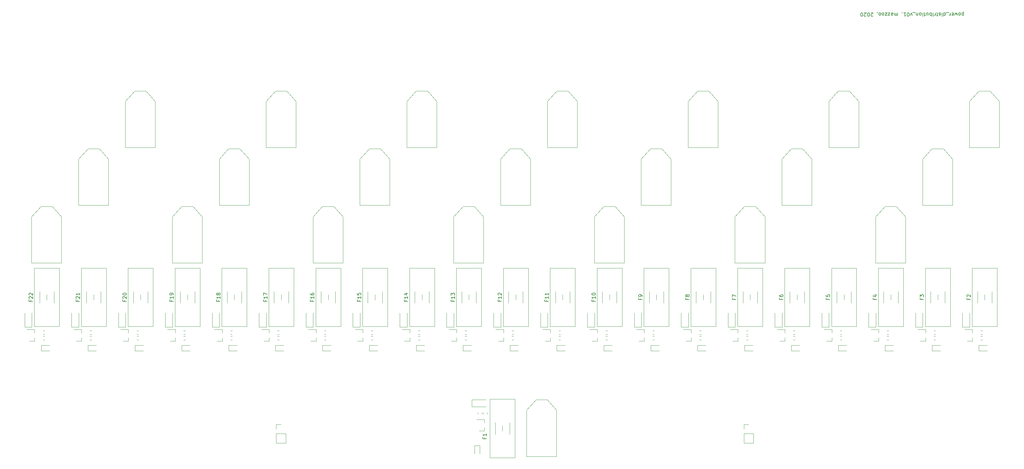
<source format=gbr>
%TF.GenerationSoftware,KiCad,Pcbnew,(5.1.7)-1*%
%TF.CreationDate,2020-11-19T07:16:12+01:00*%
%TF.ProjectId,power_distribution_v01,706f7765-725f-4646-9973-747269627574,rev?*%
%TF.SameCoordinates,Original*%
%TF.FileFunction,Legend,Top*%
%TF.FilePolarity,Positive*%
%FSLAX46Y46*%
G04 Gerber Fmt 4.6, Leading zero omitted, Abs format (unit mm)*
G04 Created by KiCad (PCBNEW (5.1.7)-1) date 2020-11-19 07:16:12*
%MOMM*%
%LPD*%
G01*
G04 APERTURE LIST*
%ADD10C,0.150000*%
%ADD11C,0.120000*%
G04 APERTURE END LIST*
D10*
X339261904Y-75214285D02*
X339261904Y-74214285D01*
X339261904Y-75166666D02*
X339166666Y-75214285D01*
X338976190Y-75214285D01*
X338880952Y-75166666D01*
X338833333Y-75119047D01*
X338785714Y-75023809D01*
X338785714Y-74738095D01*
X338833333Y-74642857D01*
X338880952Y-74595238D01*
X338976190Y-74547619D01*
X339166666Y-74547619D01*
X339261904Y-74595238D01*
X338214285Y-74547619D02*
X338309523Y-74595238D01*
X338357142Y-74642857D01*
X338404761Y-74738095D01*
X338404761Y-75023809D01*
X338357142Y-75119047D01*
X338309523Y-75166666D01*
X338214285Y-75214285D01*
X338071428Y-75214285D01*
X337976190Y-75166666D01*
X337928571Y-75119047D01*
X337880952Y-75023809D01*
X337880952Y-74738095D01*
X337928571Y-74642857D01*
X337976190Y-74595238D01*
X338071428Y-74547619D01*
X338214285Y-74547619D01*
X337547619Y-75214285D02*
X337357142Y-74547619D01*
X337166666Y-75023809D01*
X336976190Y-74547619D01*
X336785714Y-75214285D01*
X336023809Y-74595238D02*
X336119047Y-74547619D01*
X336309523Y-74547619D01*
X336404761Y-74595238D01*
X336452380Y-74690476D01*
X336452380Y-75071428D01*
X336404761Y-75166666D01*
X336309523Y-75214285D01*
X336119047Y-75214285D01*
X336023809Y-75166666D01*
X335976190Y-75071428D01*
X335976190Y-74976190D01*
X336452380Y-74880952D01*
X335547619Y-74547619D02*
X335547619Y-75214285D01*
X335547619Y-75023809D02*
X335500000Y-75119047D01*
X335452380Y-75166666D01*
X335357142Y-75214285D01*
X335261904Y-75214285D01*
X335166666Y-74452380D02*
X334404761Y-74452380D01*
X333738095Y-74547619D02*
X333738095Y-75547619D01*
X333738095Y-74595238D02*
X333833333Y-74547619D01*
X334023809Y-74547619D01*
X334119047Y-74595238D01*
X334166666Y-74642857D01*
X334214285Y-74738095D01*
X334214285Y-75023809D01*
X334166666Y-75119047D01*
X334119047Y-75166666D01*
X334023809Y-75214285D01*
X333833333Y-75214285D01*
X333738095Y-75166666D01*
X333261904Y-74547619D02*
X333261904Y-75214285D01*
X333261904Y-75547619D02*
X333309523Y-75500000D01*
X333261904Y-75452380D01*
X333214285Y-75500000D01*
X333261904Y-75547619D01*
X333261904Y-75452380D01*
X332833333Y-74595238D02*
X332738095Y-74547619D01*
X332547619Y-74547619D01*
X332452380Y-74595238D01*
X332404761Y-74690476D01*
X332404761Y-74738095D01*
X332452380Y-74833333D01*
X332547619Y-74880952D01*
X332690476Y-74880952D01*
X332785714Y-74928571D01*
X332833333Y-75023809D01*
X332833333Y-75071428D01*
X332785714Y-75166666D01*
X332690476Y-75214285D01*
X332547619Y-75214285D01*
X332452380Y-75166666D01*
X332119047Y-75214285D02*
X331738095Y-75214285D01*
X331976190Y-75547619D02*
X331976190Y-74690476D01*
X331928571Y-74595238D01*
X331833333Y-74547619D01*
X331738095Y-74547619D01*
X331404761Y-74547619D02*
X331404761Y-75214285D01*
X331404761Y-75023809D02*
X331357142Y-75119047D01*
X331309523Y-75166666D01*
X331214285Y-75214285D01*
X331119047Y-75214285D01*
X330785714Y-74547619D02*
X330785714Y-75214285D01*
X330785714Y-75547619D02*
X330833333Y-75500000D01*
X330785714Y-75452380D01*
X330738095Y-75500000D01*
X330785714Y-75547619D01*
X330785714Y-75452380D01*
X330309523Y-74547619D02*
X330309523Y-75547619D01*
X330309523Y-75166666D02*
X330214285Y-75214285D01*
X330023809Y-75214285D01*
X329928571Y-75166666D01*
X329880952Y-75119047D01*
X329833333Y-75023809D01*
X329833333Y-74738095D01*
X329880952Y-74642857D01*
X329928571Y-74595238D01*
X330023809Y-74547619D01*
X330214285Y-74547619D01*
X330309523Y-74595238D01*
X328976190Y-75214285D02*
X328976190Y-74547619D01*
X329404761Y-75214285D02*
X329404761Y-74690476D01*
X329357142Y-74595238D01*
X329261904Y-74547619D01*
X329119047Y-74547619D01*
X329023809Y-74595238D01*
X328976190Y-74642857D01*
X328642857Y-75214285D02*
X328261904Y-75214285D01*
X328500000Y-75547619D02*
X328500000Y-74690476D01*
X328452380Y-74595238D01*
X328357142Y-74547619D01*
X328261904Y-74547619D01*
X327928571Y-74547619D02*
X327928571Y-75214285D01*
X327928571Y-75547619D02*
X327976190Y-75500000D01*
X327928571Y-75452380D01*
X327880952Y-75500000D01*
X327928571Y-75547619D01*
X327928571Y-75452380D01*
X327309523Y-74547619D02*
X327404761Y-74595238D01*
X327452380Y-74642857D01*
X327500000Y-74738095D01*
X327500000Y-75023809D01*
X327452380Y-75119047D01*
X327404761Y-75166666D01*
X327309523Y-75214285D01*
X327166666Y-75214285D01*
X327071428Y-75166666D01*
X327023809Y-75119047D01*
X326976190Y-75023809D01*
X326976190Y-74738095D01*
X327023809Y-74642857D01*
X327071428Y-74595238D01*
X327166666Y-74547619D01*
X327309523Y-74547619D01*
X326547619Y-75214285D02*
X326547619Y-74547619D01*
X326547619Y-75119047D02*
X326500000Y-75166666D01*
X326404761Y-75214285D01*
X326261904Y-75214285D01*
X326166666Y-75166666D01*
X326119047Y-75071428D01*
X326119047Y-74547619D01*
X325880952Y-74452380D02*
X325119047Y-74452380D01*
X324976190Y-75214285D02*
X324738095Y-74547619D01*
X324500000Y-75214285D01*
X323928571Y-75547619D02*
X323833333Y-75547619D01*
X323738095Y-75500000D01*
X323690476Y-75452380D01*
X323642857Y-75357142D01*
X323595238Y-75166666D01*
X323595238Y-74928571D01*
X323642857Y-74738095D01*
X323690476Y-74642857D01*
X323738095Y-74595238D01*
X323833333Y-74547619D01*
X323928571Y-74547619D01*
X324023809Y-74595238D01*
X324071428Y-74642857D01*
X324119047Y-74738095D01*
X324166666Y-74928571D01*
X324166666Y-75166666D01*
X324119047Y-75357142D01*
X324071428Y-75452380D01*
X324023809Y-75500000D01*
X323928571Y-75547619D01*
X322642857Y-74547619D02*
X323214285Y-74547619D01*
X322928571Y-74547619D02*
X322928571Y-75547619D01*
X323023809Y-75404761D01*
X323119047Y-75309523D01*
X323214285Y-75261904D01*
X322166666Y-74595238D02*
X322166666Y-74547619D01*
X322214285Y-74452380D01*
X322261904Y-74404761D01*
X320976190Y-74547619D02*
X320976190Y-75214285D01*
X320976190Y-75119047D02*
X320928571Y-75166666D01*
X320833333Y-75214285D01*
X320690476Y-75214285D01*
X320595238Y-75166666D01*
X320547619Y-75071428D01*
X320547619Y-74547619D01*
X320547619Y-75071428D02*
X320500000Y-75166666D01*
X320404761Y-75214285D01*
X320261904Y-75214285D01*
X320166666Y-75166666D01*
X320119047Y-75071428D01*
X320119047Y-74547619D01*
X319214285Y-74547619D02*
X319214285Y-75071428D01*
X319261904Y-75166666D01*
X319357142Y-75214285D01*
X319547619Y-75214285D01*
X319642857Y-75166666D01*
X319214285Y-74595238D02*
X319309523Y-74547619D01*
X319547619Y-74547619D01*
X319642857Y-74595238D01*
X319690476Y-74690476D01*
X319690476Y-74785714D01*
X319642857Y-74880952D01*
X319547619Y-74928571D01*
X319309523Y-74928571D01*
X319214285Y-74976190D01*
X318833333Y-75214285D02*
X318309523Y-75214285D01*
X318833333Y-74547619D01*
X318309523Y-74547619D01*
X318023809Y-75214285D02*
X317500000Y-75214285D01*
X318023809Y-74547619D01*
X317500000Y-74547619D01*
X316976190Y-74547619D02*
X317071428Y-74595238D01*
X317119047Y-74642857D01*
X317166666Y-74738095D01*
X317166666Y-75023809D01*
X317119047Y-75119047D01*
X317071428Y-75166666D01*
X316976190Y-75214285D01*
X316833333Y-75214285D01*
X316738095Y-75166666D01*
X316690476Y-75119047D01*
X316642857Y-75023809D01*
X316642857Y-74738095D01*
X316690476Y-74642857D01*
X316738095Y-74595238D01*
X316833333Y-74547619D01*
X316976190Y-74547619D01*
X316071428Y-74547619D02*
X316166666Y-74595238D01*
X316214285Y-74642857D01*
X316261904Y-74738095D01*
X316261904Y-75023809D01*
X316214285Y-75119047D01*
X316166666Y-75166666D01*
X316071428Y-75214285D01*
X315928571Y-75214285D01*
X315833333Y-75166666D01*
X315785714Y-75119047D01*
X315738095Y-75023809D01*
X315738095Y-74738095D01*
X315785714Y-74642857D01*
X315833333Y-74595238D01*
X315928571Y-74547619D01*
X316071428Y-74547619D01*
X315261904Y-74595238D02*
X315261904Y-74547619D01*
X315309523Y-74452380D01*
X315357142Y-74404761D01*
X314119047Y-75452380D02*
X314071428Y-75500000D01*
X313976190Y-75547619D01*
X313738095Y-75547619D01*
X313642857Y-75500000D01*
X313595238Y-75452380D01*
X313547619Y-75357142D01*
X313547619Y-75261904D01*
X313595238Y-75119047D01*
X314166666Y-74547619D01*
X313547619Y-74547619D01*
X312928571Y-75547619D02*
X312833333Y-75547619D01*
X312738095Y-75500000D01*
X312690476Y-75452380D01*
X312642857Y-75357142D01*
X312595238Y-75166666D01*
X312595238Y-74928571D01*
X312642857Y-74738095D01*
X312690476Y-74642857D01*
X312738095Y-74595238D01*
X312833333Y-74547619D01*
X312928571Y-74547619D01*
X313023809Y-74595238D01*
X313071428Y-74642857D01*
X313119047Y-74738095D01*
X313166666Y-74928571D01*
X313166666Y-75166666D01*
X313119047Y-75357142D01*
X313071428Y-75452380D01*
X313023809Y-75500000D01*
X312928571Y-75547619D01*
X312214285Y-75452380D02*
X312166666Y-75500000D01*
X312071428Y-75547619D01*
X311833333Y-75547619D01*
X311738095Y-75500000D01*
X311690476Y-75452380D01*
X311642857Y-75357142D01*
X311642857Y-75261904D01*
X311690476Y-75119047D01*
X312261904Y-74547619D01*
X311642857Y-74547619D01*
X311023809Y-75547619D02*
X310928571Y-75547619D01*
X310833333Y-75500000D01*
X310785714Y-75452380D01*
X310738095Y-75357142D01*
X310690476Y-75166666D01*
X310690476Y-74928571D01*
X310738095Y-74738095D01*
X310785714Y-74642857D01*
X310833333Y-74595238D01*
X310928571Y-74547619D01*
X311023809Y-74547619D01*
X311119047Y-74595238D01*
X311166666Y-74642857D01*
X311214285Y-74738095D01*
X311261904Y-74928571D01*
X311261904Y-75166666D01*
X311214285Y-75357142D01*
X311166666Y-75452380D01*
X311119047Y-75500000D01*
X311023809Y-75547619D01*
D11*
%TO.C,J102*%
X278320000Y-193870000D02*
X280980000Y-193870000D01*
X278320000Y-191270000D02*
X278320000Y-193870000D01*
X280980000Y-191270000D02*
X280980000Y-193870000D01*
X278320000Y-191270000D02*
X280980000Y-191270000D01*
X278320000Y-190000000D02*
X278320000Y-188670000D01*
X278320000Y-188670000D02*
X279650000Y-188670000D01*
%TO.C,J101*%
X148670000Y-193870000D02*
X151330000Y-193870000D01*
X148670000Y-191270000D02*
X148670000Y-193870000D01*
X151330000Y-191270000D02*
X151330000Y-193870000D01*
X148670000Y-191270000D02*
X151330000Y-191270000D01*
X148670000Y-190000000D02*
X148670000Y-188670000D01*
X148670000Y-188670000D02*
X150000000Y-188670000D01*
%TO.C,R44*%
X84000742Y-163756500D02*
X84475258Y-163756500D01*
X84000742Y-162711500D02*
X84475258Y-162711500D01*
%TO.C,R43*%
X84000742Y-165280500D02*
X84475258Y-165280500D01*
X84000742Y-164235500D02*
X84475258Y-164235500D01*
%TO.C,R42*%
X97000742Y-163756500D02*
X97475258Y-163756500D01*
X97000742Y-162711500D02*
X97475258Y-162711500D01*
%TO.C,R41*%
X97012742Y-165272500D02*
X97487258Y-165272500D01*
X97012742Y-164227500D02*
X97487258Y-164227500D01*
%TO.C,R40*%
X110000742Y-163756500D02*
X110475258Y-163756500D01*
X110000742Y-162711500D02*
X110475258Y-162711500D01*
%TO.C,R39*%
X110000742Y-165280500D02*
X110475258Y-165280500D01*
X110000742Y-164235500D02*
X110475258Y-164235500D01*
%TO.C,R38*%
X123000742Y-163756500D02*
X123475258Y-163756500D01*
X123000742Y-162711500D02*
X123475258Y-162711500D01*
%TO.C,R37*%
X123000742Y-165280500D02*
X123475258Y-165280500D01*
X123000742Y-164235500D02*
X123475258Y-164235500D01*
%TO.C,R36*%
X136000742Y-163756500D02*
X136475258Y-163756500D01*
X136000742Y-162711500D02*
X136475258Y-162711500D01*
%TO.C,R35*%
X136000743Y-165280500D02*
X136475259Y-165280500D01*
X136000743Y-164235500D02*
X136475259Y-164235500D01*
%TO.C,R34*%
X149000742Y-163756500D02*
X149475258Y-163756500D01*
X149000742Y-162711500D02*
X149475258Y-162711500D01*
%TO.C,R33*%
X149000742Y-165280500D02*
X149475258Y-165280500D01*
X149000742Y-164235500D02*
X149475258Y-164235500D01*
%TO.C,R32*%
X162000742Y-163756500D02*
X162475258Y-163756500D01*
X162000742Y-162711500D02*
X162475258Y-162711500D01*
%TO.C,R31*%
X162000742Y-165280500D02*
X162475258Y-165280500D01*
X162000742Y-164235500D02*
X162475258Y-164235500D01*
%TO.C,R30*%
X175000742Y-163756500D02*
X175475258Y-163756500D01*
X175000742Y-162711500D02*
X175475258Y-162711500D01*
%TO.C,R29*%
X175000742Y-165280500D02*
X175475258Y-165280500D01*
X175000742Y-164235500D02*
X175475258Y-164235500D01*
%TO.C,R28*%
X188000742Y-163756500D02*
X188475258Y-163756500D01*
X188000742Y-162711500D02*
X188475258Y-162711500D01*
%TO.C,R27*%
X188000742Y-165280500D02*
X188475258Y-165280500D01*
X188000742Y-164235500D02*
X188475258Y-164235500D01*
%TO.C,R26*%
X201000742Y-163756500D02*
X201475258Y-163756500D01*
X201000742Y-162711500D02*
X201475258Y-162711500D01*
%TO.C,R25*%
X201000742Y-165280500D02*
X201475258Y-165280500D01*
X201000742Y-164235500D02*
X201475258Y-164235500D01*
%TO.C,R24*%
X214000742Y-163756500D02*
X214475258Y-163756500D01*
X214000742Y-162711500D02*
X214475258Y-162711500D01*
%TO.C,R23*%
X214000743Y-165280500D02*
X214475259Y-165280500D01*
X214000743Y-164235500D02*
X214475259Y-164235500D01*
%TO.C,R22*%
X227000742Y-163756500D02*
X227475258Y-163756500D01*
X227000742Y-162711500D02*
X227475258Y-162711500D01*
%TO.C,R21*%
X227000742Y-165280500D02*
X227475258Y-165280500D01*
X227000742Y-164235500D02*
X227475258Y-164235500D01*
%TO.C,R20*%
X240000742Y-163756500D02*
X240475258Y-163756500D01*
X240000742Y-162711500D02*
X240475258Y-162711500D01*
%TO.C,R19*%
X240000742Y-165280500D02*
X240475258Y-165280500D01*
X240000742Y-164235500D02*
X240475258Y-164235500D01*
%TO.C,R18*%
X253000742Y-163756500D02*
X253475258Y-163756500D01*
X253000742Y-162711500D02*
X253475258Y-162711500D01*
%TO.C,R17*%
X253000742Y-165280500D02*
X253475258Y-165280500D01*
X253000742Y-164235500D02*
X253475258Y-164235500D01*
%TO.C,R16*%
X266000742Y-163756500D02*
X266475258Y-163756500D01*
X266000742Y-162711500D02*
X266475258Y-162711500D01*
%TO.C,R15*%
X266000742Y-165280500D02*
X266475258Y-165280500D01*
X266000742Y-164235500D02*
X266475258Y-164235500D01*
%TO.C,R14*%
X279000742Y-163756500D02*
X279475258Y-163756500D01*
X279000742Y-162711500D02*
X279475258Y-162711500D01*
%TO.C,R13*%
X279000742Y-165280500D02*
X279475258Y-165280500D01*
X279000742Y-164235500D02*
X279475258Y-164235500D01*
%TO.C,R12*%
X292000742Y-163756500D02*
X292475258Y-163756500D01*
X292000742Y-162711500D02*
X292475258Y-162711500D01*
%TO.C,R11*%
X292000742Y-165280500D02*
X292475258Y-165280500D01*
X292000742Y-164235500D02*
X292475258Y-164235500D01*
%TO.C,R10*%
X305000742Y-163756500D02*
X305475258Y-163756500D01*
X305000742Y-162711500D02*
X305475258Y-162711500D01*
%TO.C,R9*%
X305000742Y-165280500D02*
X305475258Y-165280500D01*
X305000742Y-164235500D02*
X305475258Y-164235500D01*
%TO.C,R8*%
X318000742Y-163756500D02*
X318475258Y-163756500D01*
X318000742Y-162711500D02*
X318475258Y-162711500D01*
%TO.C,R7*%
X318000742Y-165280500D02*
X318475258Y-165280500D01*
X318000742Y-164235500D02*
X318475258Y-164235500D01*
%TO.C,R6*%
X331000742Y-163756500D02*
X331475258Y-163756500D01*
X331000742Y-162711500D02*
X331475258Y-162711500D01*
%TO.C,R5*%
X331000742Y-165280500D02*
X331475258Y-165280500D01*
X331000742Y-164235500D02*
X331475258Y-164235500D01*
%TO.C,R4*%
X344000742Y-163756500D02*
X344475258Y-163756500D01*
X344000742Y-162711500D02*
X344475258Y-162711500D01*
%TO.C,R3*%
X344000742Y-165280500D02*
X344475258Y-165280500D01*
X344000742Y-164235500D02*
X344475258Y-164235500D01*
%TO.C,Q22*%
X81696000Y-165576000D02*
X80236000Y-165576000D01*
X81696000Y-162416000D02*
X79536000Y-162416000D01*
X81696000Y-162416000D02*
X81696000Y-163346000D01*
X81696000Y-165576000D02*
X81696000Y-164646000D01*
%TO.C,Q21*%
X94696000Y-165576000D02*
X93236000Y-165576000D01*
X94696000Y-162416000D02*
X92536000Y-162416000D01*
X94696000Y-162416000D02*
X94696000Y-163346000D01*
X94696000Y-165576000D02*
X94696000Y-164646000D01*
%TO.C,Q20*%
X107696000Y-165576000D02*
X106236000Y-165576000D01*
X107696000Y-162416000D02*
X105536000Y-162416000D01*
X107696000Y-162416000D02*
X107696000Y-163346000D01*
X107696000Y-165576000D02*
X107696000Y-164646000D01*
%TO.C,Q19*%
X120696000Y-165576000D02*
X119236000Y-165576000D01*
X120696000Y-162416000D02*
X118536000Y-162416000D01*
X120696000Y-162416000D02*
X120696000Y-163346000D01*
X120696000Y-165576000D02*
X120696000Y-164646000D01*
%TO.C,Q18*%
X133696000Y-165576000D02*
X132236000Y-165576000D01*
X133696000Y-162416000D02*
X131536000Y-162416000D01*
X133696000Y-162416000D02*
X133696000Y-163346000D01*
X133696000Y-165576000D02*
X133696000Y-164646000D01*
%TO.C,Q17*%
X146696000Y-165576000D02*
X145236000Y-165576000D01*
X146696000Y-162416000D02*
X144536000Y-162416000D01*
X146696000Y-162416000D02*
X146696000Y-163346000D01*
X146696000Y-165576000D02*
X146696000Y-164646000D01*
%TO.C,Q16*%
X159696000Y-165576000D02*
X158236000Y-165576000D01*
X159696000Y-162416000D02*
X157536000Y-162416000D01*
X159696000Y-162416000D02*
X159696000Y-163346000D01*
X159696000Y-165576000D02*
X159696000Y-164646000D01*
%TO.C,Q15*%
X172696000Y-165576000D02*
X171236000Y-165576000D01*
X172696000Y-162416000D02*
X170536000Y-162416000D01*
X172696000Y-162416000D02*
X172696000Y-163346000D01*
X172696000Y-165576000D02*
X172696000Y-164646000D01*
%TO.C,Q14*%
X185696000Y-165576000D02*
X184236000Y-165576000D01*
X185696000Y-162416000D02*
X183536000Y-162416000D01*
X185696000Y-162416000D02*
X185696000Y-163346000D01*
X185696000Y-165576000D02*
X185696000Y-164646000D01*
%TO.C,Q13*%
X198696000Y-165576000D02*
X197236000Y-165576000D01*
X198696000Y-162416000D02*
X196536000Y-162416000D01*
X198696000Y-162416000D02*
X198696000Y-163346000D01*
X198696000Y-165576000D02*
X198696000Y-164646000D01*
%TO.C,Q12*%
X211696000Y-165576000D02*
X210236000Y-165576000D01*
X211696000Y-162416000D02*
X209536000Y-162416000D01*
X211696000Y-162416000D02*
X211696000Y-163346000D01*
X211696000Y-165576000D02*
X211696000Y-164646000D01*
%TO.C,Q11*%
X224696000Y-165576000D02*
X223236000Y-165576000D01*
X224696000Y-162416000D02*
X222536000Y-162416000D01*
X224696000Y-162416000D02*
X224696000Y-163346000D01*
X224696000Y-165576000D02*
X224696000Y-164646000D01*
%TO.C,Q10*%
X237696000Y-165576000D02*
X236236000Y-165576000D01*
X237696000Y-162416000D02*
X235536000Y-162416000D01*
X237696000Y-162416000D02*
X237696000Y-163346000D01*
X237696000Y-165576000D02*
X237696000Y-164646000D01*
%TO.C,Q9*%
X250696000Y-165576000D02*
X249236000Y-165576000D01*
X250696000Y-162416000D02*
X248536000Y-162416000D01*
X250696000Y-162416000D02*
X250696000Y-163346000D01*
X250696000Y-165576000D02*
X250696000Y-164646000D01*
%TO.C,Q8*%
X263696000Y-165576000D02*
X262236000Y-165576000D01*
X263696000Y-162416000D02*
X261536000Y-162416000D01*
X263696000Y-162416000D02*
X263696000Y-163346000D01*
X263696000Y-165576000D02*
X263696000Y-164646000D01*
%TO.C,Q7*%
X276696000Y-165576000D02*
X275236000Y-165576000D01*
X276696000Y-162416000D02*
X274536000Y-162416000D01*
X276696000Y-162416000D02*
X276696000Y-163346000D01*
X276696000Y-165576000D02*
X276696000Y-164646000D01*
%TO.C,Q6*%
X289696000Y-165576000D02*
X288236000Y-165576000D01*
X289696000Y-162416000D02*
X287536000Y-162416000D01*
X289696000Y-162416000D02*
X289696000Y-163346000D01*
X289696000Y-165576000D02*
X289696000Y-164646000D01*
%TO.C,Q5*%
X302696000Y-165576000D02*
X301236000Y-165576000D01*
X302696000Y-162416000D02*
X300536000Y-162416000D01*
X302696000Y-162416000D02*
X302696000Y-163346000D01*
X302696000Y-165576000D02*
X302696000Y-164646000D01*
%TO.C,Q4*%
X315696000Y-165576000D02*
X314236000Y-165576000D01*
X315696000Y-162416000D02*
X313536000Y-162416000D01*
X315696000Y-162416000D02*
X315696000Y-163346000D01*
X315696000Y-165576000D02*
X315696000Y-164646000D01*
%TO.C,Q3*%
X328696000Y-165576000D02*
X327236000Y-165576000D01*
X328696000Y-162416000D02*
X326536000Y-162416000D01*
X328696000Y-162416000D02*
X328696000Y-163346000D01*
X328696000Y-165576000D02*
X328696000Y-164646000D01*
%TO.C,Q2*%
X341696000Y-165576000D02*
X340236000Y-165576000D01*
X341696000Y-162416000D02*
X339536000Y-162416000D01*
X341696000Y-162416000D02*
X341696000Y-163346000D01*
X341696000Y-165576000D02*
X341696000Y-164646000D01*
%TO.C,J22*%
X83450000Y-128250000D02*
X80850000Y-131100000D01*
X89150000Y-131100000D02*
X86600000Y-128250000D01*
X80850000Y-143950000D02*
X89150000Y-143950000D01*
X80850000Y-131100000D02*
X80850000Y-143950000D01*
X86600000Y-128250000D02*
X83450000Y-128250000D01*
X89150000Y-143950000D02*
X89150000Y-131100000D01*
%TO.C,J21*%
X96450000Y-112250000D02*
X93850000Y-115100000D01*
X102150000Y-115100000D02*
X99600000Y-112250000D01*
X93850000Y-127950000D02*
X102150000Y-127950000D01*
X93850000Y-115100000D02*
X93850000Y-127950000D01*
X99600000Y-112250000D02*
X96450000Y-112250000D01*
X102150000Y-127950000D02*
X102150000Y-115100000D01*
%TO.C,J20*%
X109450000Y-96250000D02*
X106850000Y-99100000D01*
X115150000Y-99100000D02*
X112600000Y-96250000D01*
X106850000Y-111950000D02*
X115150000Y-111950000D01*
X106850000Y-99100000D02*
X106850000Y-111950000D01*
X112600000Y-96250000D02*
X109450000Y-96250000D01*
X115150000Y-111950000D02*
X115150000Y-99100000D01*
%TO.C,J19*%
X122450000Y-128250000D02*
X119850000Y-131100000D01*
X128150000Y-131100000D02*
X125600000Y-128250000D01*
X119850000Y-143950000D02*
X128150000Y-143950000D01*
X119850000Y-131100000D02*
X119850000Y-143950000D01*
X125600000Y-128250000D02*
X122450000Y-128250000D01*
X128150000Y-143950000D02*
X128150000Y-131100000D01*
%TO.C,J18*%
X135450000Y-112250000D02*
X132850000Y-115100000D01*
X141150000Y-115100000D02*
X138600000Y-112250000D01*
X132850000Y-127950000D02*
X141150000Y-127950000D01*
X132850000Y-115100000D02*
X132850000Y-127950000D01*
X138600000Y-112250000D02*
X135450000Y-112250000D01*
X141150000Y-127950000D02*
X141150000Y-115100000D01*
%TO.C,J17*%
X148450000Y-96250000D02*
X145850000Y-99100000D01*
X154150000Y-99100000D02*
X151600000Y-96250000D01*
X145850000Y-111950000D02*
X154150000Y-111950000D01*
X145850000Y-99100000D02*
X145850000Y-111950000D01*
X151600000Y-96250000D02*
X148450000Y-96250000D01*
X154150000Y-111950000D02*
X154150000Y-99100000D01*
%TO.C,J16*%
X161450000Y-128250000D02*
X158850000Y-131100000D01*
X167150000Y-131100000D02*
X164600000Y-128250000D01*
X158850000Y-143950000D02*
X167150000Y-143950000D01*
X158850000Y-131100000D02*
X158850000Y-143950000D01*
X164600000Y-128250000D02*
X161450000Y-128250000D01*
X167150000Y-143950000D02*
X167150000Y-131100000D01*
%TO.C,J15*%
X174450000Y-112250000D02*
X171850000Y-115100000D01*
X180150000Y-115100000D02*
X177600000Y-112250000D01*
X171850000Y-127950000D02*
X180150000Y-127950000D01*
X171850000Y-115100000D02*
X171850000Y-127950000D01*
X177600000Y-112250000D02*
X174450000Y-112250000D01*
X180150000Y-127950000D02*
X180150000Y-115100000D01*
%TO.C,J14*%
X187450000Y-96250000D02*
X184850000Y-99100000D01*
X193150000Y-99100000D02*
X190600000Y-96250000D01*
X184850000Y-111950000D02*
X193150000Y-111950000D01*
X184850000Y-99100000D02*
X184850000Y-111950000D01*
X190600000Y-96250000D02*
X187450000Y-96250000D01*
X193150000Y-111950000D02*
X193150000Y-99100000D01*
%TO.C,J13*%
X200450000Y-128250000D02*
X197850000Y-131100000D01*
X206150000Y-131100000D02*
X203600000Y-128250000D01*
X197850000Y-143950000D02*
X206150000Y-143950000D01*
X197850000Y-131100000D02*
X197850000Y-143950000D01*
X203600000Y-128250000D02*
X200450000Y-128250000D01*
X206150000Y-143950000D02*
X206150000Y-131100000D01*
%TO.C,J12*%
X213450000Y-112250000D02*
X210850000Y-115100000D01*
X219150000Y-115100000D02*
X216600000Y-112250000D01*
X210850000Y-127950000D02*
X219150000Y-127950000D01*
X210850000Y-115100000D02*
X210850000Y-127950000D01*
X216600000Y-112250000D02*
X213450000Y-112250000D01*
X219150000Y-127950000D02*
X219150000Y-115100000D01*
%TO.C,J11*%
X226450000Y-96250000D02*
X223850000Y-99100000D01*
X232150000Y-99100000D02*
X229600000Y-96250000D01*
X223850000Y-111950000D02*
X232150000Y-111950000D01*
X223850000Y-99100000D02*
X223850000Y-111950000D01*
X229600000Y-96250000D02*
X226450000Y-96250000D01*
X232150000Y-111950000D02*
X232150000Y-99100000D01*
%TO.C,J10*%
X239450000Y-128250000D02*
X236850000Y-131100000D01*
X245150000Y-131100000D02*
X242600000Y-128250000D01*
X236850000Y-143950000D02*
X245150000Y-143950000D01*
X236850000Y-131100000D02*
X236850000Y-143950000D01*
X242600000Y-128250000D02*
X239450000Y-128250000D01*
X245150000Y-143950000D02*
X245150000Y-131100000D01*
%TO.C,J9*%
X252450000Y-112250000D02*
X249850000Y-115100000D01*
X258150000Y-115100000D02*
X255600000Y-112250000D01*
X249850000Y-127950000D02*
X258150000Y-127950000D01*
X249850000Y-115100000D02*
X249850000Y-127950000D01*
X255600000Y-112250000D02*
X252450000Y-112250000D01*
X258150000Y-127950000D02*
X258150000Y-115100000D01*
%TO.C,J8*%
X265450000Y-96250000D02*
X262850000Y-99100000D01*
X271150000Y-99100000D02*
X268600000Y-96250000D01*
X262850000Y-111950000D02*
X271150000Y-111950000D01*
X262850000Y-99100000D02*
X262850000Y-111950000D01*
X268600000Y-96250000D02*
X265450000Y-96250000D01*
X271150000Y-111950000D02*
X271150000Y-99100000D01*
%TO.C,J7*%
X278450000Y-128250000D02*
X275850000Y-131100000D01*
X284150000Y-131100000D02*
X281600000Y-128250000D01*
X275850000Y-143950000D02*
X284150000Y-143950000D01*
X275850000Y-131100000D02*
X275850000Y-143950000D01*
X281600000Y-128250000D02*
X278450000Y-128250000D01*
X284150000Y-143950000D02*
X284150000Y-131100000D01*
%TO.C,J6*%
X291450000Y-112250000D02*
X288850000Y-115100000D01*
X297150000Y-115100000D02*
X294600000Y-112250000D01*
X288850000Y-127950000D02*
X297150000Y-127950000D01*
X288850000Y-115100000D02*
X288850000Y-127950000D01*
X294600000Y-112250000D02*
X291450000Y-112250000D01*
X297150000Y-127950000D02*
X297150000Y-115100000D01*
%TO.C,J5*%
X304450000Y-96250000D02*
X301850000Y-99100000D01*
X310150000Y-99100000D02*
X307600000Y-96250000D01*
X301850000Y-111950000D02*
X310150000Y-111950000D01*
X301850000Y-99100000D02*
X301850000Y-111950000D01*
X307600000Y-96250000D02*
X304450000Y-96250000D01*
X310150000Y-111950000D02*
X310150000Y-99100000D01*
%TO.C,J4*%
X317450000Y-128250000D02*
X314850000Y-131100000D01*
X323150000Y-131100000D02*
X320600000Y-128250000D01*
X314850000Y-143950000D02*
X323150000Y-143950000D01*
X314850000Y-131100000D02*
X314850000Y-143950000D01*
X320600000Y-128250000D02*
X317450000Y-128250000D01*
X323150000Y-143950000D02*
X323150000Y-131100000D01*
%TO.C,J3*%
X330450000Y-112250000D02*
X327850000Y-115100000D01*
X336150000Y-115100000D02*
X333600000Y-112250000D01*
X327850000Y-127950000D02*
X336150000Y-127950000D01*
X327850000Y-115100000D02*
X327850000Y-127950000D01*
X333600000Y-112250000D02*
X330450000Y-112250000D01*
X336150000Y-127950000D02*
X336150000Y-115100000D01*
%TO.C,J2*%
X343450000Y-96250000D02*
X340850000Y-99100000D01*
X349150000Y-99100000D02*
X346600000Y-96250000D01*
X340850000Y-111950000D02*
X349150000Y-111950000D01*
X340850000Y-99100000D02*
X340850000Y-111950000D01*
X346600000Y-96250000D02*
X343450000Y-96250000D01*
X349150000Y-111950000D02*
X349150000Y-99100000D01*
%TO.C,F22*%
X83078000Y-155048000D02*
X83078000Y-151848000D01*
X87078000Y-151848000D02*
X87078000Y-155048000D01*
X85078000Y-154198000D02*
X85078000Y-152698000D01*
X81608000Y-145348000D02*
X81608000Y-161548000D01*
X88548000Y-145348000D02*
X81608000Y-145348000D01*
X88548000Y-161548000D02*
X88548000Y-145348000D01*
X81608000Y-161548000D02*
X88548000Y-161548000D01*
%TO.C,F21*%
X96078000Y-155048000D02*
X96078000Y-151848000D01*
X100078000Y-151848000D02*
X100078000Y-155048000D01*
X98078000Y-154198000D02*
X98078000Y-152698000D01*
X94608000Y-145348000D02*
X94608000Y-161548000D01*
X101548000Y-145348000D02*
X94608000Y-145348000D01*
X101548000Y-161548000D02*
X101548000Y-145348000D01*
X94608000Y-161548000D02*
X101548000Y-161548000D01*
%TO.C,F20*%
X109078000Y-155048000D02*
X109078000Y-151848000D01*
X113078000Y-151848000D02*
X113078000Y-155048000D01*
X111078000Y-154198000D02*
X111078000Y-152698000D01*
X107608000Y-145348000D02*
X107608000Y-161548000D01*
X114548000Y-145348000D02*
X107608000Y-145348000D01*
X114548000Y-161548000D02*
X114548000Y-145348000D01*
X107608000Y-161548000D02*
X114548000Y-161548000D01*
%TO.C,F19*%
X122078000Y-155048000D02*
X122078000Y-151848000D01*
X126078000Y-151848000D02*
X126078000Y-155048000D01*
X124078000Y-154198000D02*
X124078000Y-152698000D01*
X120608000Y-145348000D02*
X120608000Y-161548000D01*
X127548000Y-145348000D02*
X120608000Y-145348000D01*
X127548000Y-161548000D02*
X127548000Y-145348000D01*
X120608000Y-161548000D02*
X127548000Y-161548000D01*
%TO.C,F18*%
X135078000Y-155048000D02*
X135078000Y-151848000D01*
X139078000Y-151848000D02*
X139078000Y-155048000D01*
X137078000Y-154198000D02*
X137078000Y-152698000D01*
X133608000Y-145348000D02*
X133608000Y-161548000D01*
X140548000Y-145348000D02*
X133608000Y-145348000D01*
X140548000Y-161548000D02*
X140548000Y-145348000D01*
X133608000Y-161548000D02*
X140548000Y-161548000D01*
%TO.C,F17*%
X148078000Y-155048000D02*
X148078000Y-151848000D01*
X152078000Y-151848000D02*
X152078000Y-155048000D01*
X150078000Y-154198000D02*
X150078000Y-152698000D01*
X146608000Y-145348000D02*
X146608000Y-161548000D01*
X153548000Y-145348000D02*
X146608000Y-145348000D01*
X153548000Y-161548000D02*
X153548000Y-145348000D01*
X146608000Y-161548000D02*
X153548000Y-161548000D01*
%TO.C,F16*%
X161078000Y-155048000D02*
X161078000Y-151848000D01*
X165078000Y-151848000D02*
X165078000Y-155048000D01*
X163078000Y-154198000D02*
X163078000Y-152698000D01*
X159608000Y-145348000D02*
X159608000Y-161548000D01*
X166548000Y-145348000D02*
X159608000Y-145348000D01*
X166548000Y-161548000D02*
X166548000Y-145348000D01*
X159608000Y-161548000D02*
X166548000Y-161548000D01*
%TO.C,F15*%
X174078000Y-155048000D02*
X174078000Y-151848000D01*
X178078000Y-151848000D02*
X178078000Y-155048000D01*
X176078000Y-154198000D02*
X176078000Y-152698000D01*
X172608000Y-145348000D02*
X172608000Y-161548000D01*
X179548000Y-145348000D02*
X172608000Y-145348000D01*
X179548000Y-161548000D02*
X179548000Y-145348000D01*
X172608000Y-161548000D02*
X179548000Y-161548000D01*
%TO.C,F14*%
X187078000Y-155048000D02*
X187078000Y-151848000D01*
X191078000Y-151848000D02*
X191078000Y-155048000D01*
X189078000Y-154198000D02*
X189078000Y-152698000D01*
X185608000Y-145348000D02*
X185608000Y-161548000D01*
X192548000Y-145348000D02*
X185608000Y-145348000D01*
X192548000Y-161548000D02*
X192548000Y-145348000D01*
X185608000Y-161548000D02*
X192548000Y-161548000D01*
%TO.C,F13*%
X200078000Y-155048000D02*
X200078000Y-151848000D01*
X204078000Y-151848000D02*
X204078000Y-155048000D01*
X202078000Y-154198000D02*
X202078000Y-152698000D01*
X198608000Y-145348000D02*
X198608000Y-161548000D01*
X205548000Y-145348000D02*
X198608000Y-145348000D01*
X205548000Y-161548000D02*
X205548000Y-145348000D01*
X198608000Y-161548000D02*
X205548000Y-161548000D01*
%TO.C,F12*%
X213078000Y-155048000D02*
X213078000Y-151848000D01*
X217078000Y-151848000D02*
X217078000Y-155048000D01*
X215078000Y-154198000D02*
X215078000Y-152698000D01*
X211608000Y-145348000D02*
X211608000Y-161548000D01*
X218548000Y-145348000D02*
X211608000Y-145348000D01*
X218548000Y-161548000D02*
X218548000Y-145348000D01*
X211608000Y-161548000D02*
X218548000Y-161548000D01*
%TO.C,F11*%
X226078000Y-155048000D02*
X226078000Y-151848000D01*
X230078000Y-151848000D02*
X230078000Y-155048000D01*
X228078000Y-154198000D02*
X228078000Y-152698000D01*
X224608000Y-145348000D02*
X224608000Y-161548000D01*
X231548000Y-145348000D02*
X224608000Y-145348000D01*
X231548000Y-161548000D02*
X231548000Y-145348000D01*
X224608000Y-161548000D02*
X231548000Y-161548000D01*
%TO.C,F10*%
X239078000Y-155048000D02*
X239078000Y-151848000D01*
X243078000Y-151848000D02*
X243078000Y-155048000D01*
X241078000Y-154198000D02*
X241078000Y-152698000D01*
X237608000Y-145348000D02*
X237608000Y-161548000D01*
X244548000Y-145348000D02*
X237608000Y-145348000D01*
X244548000Y-161548000D02*
X244548000Y-145348000D01*
X237608000Y-161548000D02*
X244548000Y-161548000D01*
%TO.C,F9*%
X252078000Y-155048000D02*
X252078000Y-151848000D01*
X256078000Y-151848000D02*
X256078000Y-155048000D01*
X254078000Y-154198000D02*
X254078000Y-152698000D01*
X250608000Y-145348000D02*
X250608000Y-161548000D01*
X257548000Y-145348000D02*
X250608000Y-145348000D01*
X257548000Y-161548000D02*
X257548000Y-145348000D01*
X250608000Y-161548000D02*
X257548000Y-161548000D01*
%TO.C,F8*%
X265078000Y-155048000D02*
X265078000Y-151848000D01*
X269078000Y-151848000D02*
X269078000Y-155048000D01*
X267078000Y-154198000D02*
X267078000Y-152698000D01*
X263608000Y-145348000D02*
X263608000Y-161548000D01*
X270548000Y-145348000D02*
X263608000Y-145348000D01*
X270548000Y-161548000D02*
X270548000Y-145348000D01*
X263608000Y-161548000D02*
X270548000Y-161548000D01*
%TO.C,F7*%
X278078000Y-155048000D02*
X278078000Y-151848000D01*
X282078000Y-151848000D02*
X282078000Y-155048000D01*
X280078000Y-154198000D02*
X280078000Y-152698000D01*
X276608000Y-145348000D02*
X276608000Y-161548000D01*
X283548000Y-145348000D02*
X276608000Y-145348000D01*
X283548000Y-161548000D02*
X283548000Y-145348000D01*
X276608000Y-161548000D02*
X283548000Y-161548000D01*
%TO.C,F6*%
X291078000Y-155048000D02*
X291078000Y-151848000D01*
X295078000Y-151848000D02*
X295078000Y-155048000D01*
X293078000Y-154198000D02*
X293078000Y-152698000D01*
X289608000Y-145348000D02*
X289608000Y-161548000D01*
X296548000Y-145348000D02*
X289608000Y-145348000D01*
X296548000Y-161548000D02*
X296548000Y-145348000D01*
X289608000Y-161548000D02*
X296548000Y-161548000D01*
%TO.C,F5*%
X304078000Y-155048000D02*
X304078000Y-151848000D01*
X308078000Y-151848000D02*
X308078000Y-155048000D01*
X306078000Y-154198000D02*
X306078000Y-152698000D01*
X302608000Y-145348000D02*
X302608000Y-161548000D01*
X309548000Y-145348000D02*
X302608000Y-145348000D01*
X309548000Y-161548000D02*
X309548000Y-145348000D01*
X302608000Y-161548000D02*
X309548000Y-161548000D01*
%TO.C,F4*%
X317078000Y-155048000D02*
X317078000Y-151848000D01*
X321078000Y-151848000D02*
X321078000Y-155048000D01*
X319078000Y-154198000D02*
X319078000Y-152698000D01*
X315608000Y-145348000D02*
X315608000Y-161548000D01*
X322548000Y-145348000D02*
X315608000Y-145348000D01*
X322548000Y-161548000D02*
X322548000Y-145348000D01*
X315608000Y-161548000D02*
X322548000Y-161548000D01*
%TO.C,F3*%
X330078000Y-155048000D02*
X330078000Y-151848000D01*
X334078000Y-151848000D02*
X334078000Y-155048000D01*
X332078000Y-154198000D02*
X332078000Y-152698000D01*
X328608000Y-145348000D02*
X328608000Y-161548000D01*
X335548000Y-145348000D02*
X328608000Y-145348000D01*
X335548000Y-161548000D02*
X335548000Y-145348000D01*
X328608000Y-161548000D02*
X335548000Y-161548000D01*
%TO.C,F2*%
X343078000Y-155048000D02*
X343078000Y-151848000D01*
X347078000Y-151848000D02*
X347078000Y-155048000D01*
X345078000Y-154198000D02*
X345078000Y-152698000D01*
X341608000Y-145348000D02*
X341608000Y-161548000D01*
X348548000Y-145348000D02*
X341608000Y-145348000D01*
X348548000Y-161548000D02*
X348548000Y-145348000D01*
X341608000Y-161548000D02*
X348548000Y-161548000D01*
%TO.C,D44*%
X78920000Y-161674000D02*
X78920000Y-157774000D01*
X80920000Y-161674000D02*
X80920000Y-157774000D01*
X78920000Y-161674000D02*
X80920000Y-161674000D01*
%TO.C,D43*%
X83489500Y-168287000D02*
X85774500Y-168287000D01*
X83489500Y-166817000D02*
X83489500Y-168287000D01*
X85774500Y-166817000D02*
X83489500Y-166817000D01*
%TO.C,D42*%
X91920000Y-161674000D02*
X91920000Y-157774000D01*
X93920000Y-161674000D02*
X93920000Y-157774000D01*
X91920000Y-161674000D02*
X93920000Y-161674000D01*
%TO.C,D41*%
X96489501Y-168287000D02*
X98774501Y-168287000D01*
X96489501Y-166817000D02*
X96489501Y-168287000D01*
X98774501Y-166817000D02*
X96489501Y-166817000D01*
%TO.C,D40*%
X104920000Y-161674000D02*
X104920000Y-157774000D01*
X106920000Y-161674000D02*
X106920000Y-157774000D01*
X104920000Y-161674000D02*
X106920000Y-161674000D01*
%TO.C,D39*%
X109489500Y-168287000D02*
X111774500Y-168287000D01*
X109489500Y-166817000D02*
X109489500Y-168287000D01*
X111774500Y-166817000D02*
X109489500Y-166817000D01*
%TO.C,D38*%
X117920000Y-161674000D02*
X117920000Y-157774000D01*
X119920000Y-161674000D02*
X119920000Y-157774000D01*
X117920000Y-161674000D02*
X119920000Y-161674000D01*
%TO.C,D37*%
X122489500Y-168287000D02*
X124774500Y-168287000D01*
X122489500Y-166817000D02*
X122489500Y-168287000D01*
X124774500Y-166817000D02*
X122489500Y-166817000D01*
%TO.C,D36*%
X130920000Y-161674000D02*
X130920000Y-157774000D01*
X132920000Y-161674000D02*
X132920000Y-157774000D01*
X130920000Y-161674000D02*
X132920000Y-161674000D01*
%TO.C,D35*%
X135489501Y-168287000D02*
X137774501Y-168287000D01*
X135489501Y-166817000D02*
X135489501Y-168287000D01*
X137774501Y-166817000D02*
X135489501Y-166817000D01*
%TO.C,D34*%
X143920000Y-161674000D02*
X143920000Y-157774000D01*
X145920000Y-161674000D02*
X145920000Y-157774000D01*
X143920000Y-161674000D02*
X145920000Y-161674000D01*
%TO.C,D33*%
X148489500Y-168287000D02*
X150774500Y-168287000D01*
X148489500Y-166817000D02*
X148489500Y-168287000D01*
X150774500Y-166817000D02*
X148489500Y-166817000D01*
%TO.C,D32*%
X156920000Y-161674000D02*
X156920000Y-157774000D01*
X158920000Y-161674000D02*
X158920000Y-157774000D01*
X156920000Y-161674000D02*
X158920000Y-161674000D01*
%TO.C,D31*%
X161489500Y-168287000D02*
X163774500Y-168287000D01*
X161489500Y-166817000D02*
X161489500Y-168287000D01*
X163774500Y-166817000D02*
X161489500Y-166817000D01*
%TO.C,D30*%
X169920000Y-161674000D02*
X169920000Y-157774000D01*
X171920000Y-161674000D02*
X171920000Y-157774000D01*
X169920000Y-161674000D02*
X171920000Y-161674000D01*
%TO.C,D29*%
X174489500Y-168287000D02*
X176774500Y-168287000D01*
X174489500Y-166817000D02*
X174489500Y-168287000D01*
X176774500Y-166817000D02*
X174489500Y-166817000D01*
%TO.C,D28*%
X182920000Y-161674000D02*
X182920000Y-157774000D01*
X184920000Y-161674000D02*
X184920000Y-157774000D01*
X182920000Y-161674000D02*
X184920000Y-161674000D01*
%TO.C,D27*%
X187489500Y-168287000D02*
X189774500Y-168287000D01*
X187489500Y-166817000D02*
X187489500Y-168287000D01*
X189774500Y-166817000D02*
X187489500Y-166817000D01*
%TO.C,D26*%
X195920000Y-161674000D02*
X195920000Y-157774000D01*
X197920000Y-161674000D02*
X197920000Y-157774000D01*
X195920000Y-161674000D02*
X197920000Y-161674000D01*
%TO.C,D25*%
X200489500Y-168287000D02*
X202774500Y-168287000D01*
X200489500Y-166817000D02*
X200489500Y-168287000D01*
X202774500Y-166817000D02*
X200489500Y-166817000D01*
%TO.C,D24*%
X208920000Y-161674000D02*
X208920000Y-157774000D01*
X210920000Y-161674000D02*
X210920000Y-157774000D01*
X208920000Y-161674000D02*
X210920000Y-161674000D01*
%TO.C,D23*%
X213489501Y-168287000D02*
X215774501Y-168287000D01*
X213489501Y-166817000D02*
X213489501Y-168287000D01*
X215774501Y-166817000D02*
X213489501Y-166817000D01*
%TO.C,D22*%
X221920000Y-161674000D02*
X221920000Y-157774000D01*
X223920000Y-161674000D02*
X223920000Y-157774000D01*
X221920000Y-161674000D02*
X223920000Y-161674000D01*
%TO.C,D21*%
X226489500Y-168287000D02*
X228774500Y-168287000D01*
X226489500Y-166817000D02*
X226489500Y-168287000D01*
X228774500Y-166817000D02*
X226489500Y-166817000D01*
%TO.C,D20*%
X234920000Y-161674000D02*
X234920000Y-157774000D01*
X236920000Y-161674000D02*
X236920000Y-157774000D01*
X234920000Y-161674000D02*
X236920000Y-161674000D01*
%TO.C,D19*%
X239489500Y-168287000D02*
X241774500Y-168287000D01*
X239489500Y-166817000D02*
X239489500Y-168287000D01*
X241774500Y-166817000D02*
X239489500Y-166817000D01*
%TO.C,D18*%
X247920000Y-161674000D02*
X247920000Y-157774000D01*
X249920000Y-161674000D02*
X249920000Y-157774000D01*
X247920000Y-161674000D02*
X249920000Y-161674000D01*
%TO.C,D17*%
X252489500Y-168287000D02*
X254774500Y-168287000D01*
X252489500Y-166817000D02*
X252489500Y-168287000D01*
X254774500Y-166817000D02*
X252489500Y-166817000D01*
%TO.C,D16*%
X260920000Y-161674000D02*
X260920000Y-157774000D01*
X262920000Y-161674000D02*
X262920000Y-157774000D01*
X260920000Y-161674000D02*
X262920000Y-161674000D01*
%TO.C,D15*%
X265489500Y-168287000D02*
X267774500Y-168287000D01*
X265489500Y-166817000D02*
X265489500Y-168287000D01*
X267774500Y-166817000D02*
X265489500Y-166817000D01*
%TO.C,D14*%
X273920000Y-161674000D02*
X273920000Y-157774000D01*
X275920000Y-161674000D02*
X275920000Y-157774000D01*
X273920000Y-161674000D02*
X275920000Y-161674000D01*
%TO.C,D13*%
X278489500Y-168287000D02*
X280774500Y-168287000D01*
X278489500Y-166817000D02*
X278489500Y-168287000D01*
X280774500Y-166817000D02*
X278489500Y-166817000D01*
%TO.C,D12*%
X286920000Y-161674000D02*
X286920000Y-157774000D01*
X288920000Y-161674000D02*
X288920000Y-157774000D01*
X286920000Y-161674000D02*
X288920000Y-161674000D01*
%TO.C,D11*%
X291489500Y-168287000D02*
X293774500Y-168287000D01*
X291489500Y-166817000D02*
X291489500Y-168287000D01*
X293774500Y-166817000D02*
X291489500Y-166817000D01*
%TO.C,D10*%
X299920000Y-161674000D02*
X299920000Y-157774000D01*
X301920000Y-161674000D02*
X301920000Y-157774000D01*
X299920000Y-161674000D02*
X301920000Y-161674000D01*
%TO.C,D9*%
X304489500Y-168287000D02*
X306774500Y-168287000D01*
X304489500Y-166817000D02*
X304489500Y-168287000D01*
X306774500Y-166817000D02*
X304489500Y-166817000D01*
%TO.C,D8*%
X312920000Y-161674000D02*
X312920000Y-157774000D01*
X314920000Y-161674000D02*
X314920000Y-157774000D01*
X312920000Y-161674000D02*
X314920000Y-161674000D01*
%TO.C,D7*%
X317489500Y-168287000D02*
X319774500Y-168287000D01*
X317489500Y-166817000D02*
X317489500Y-168287000D01*
X319774500Y-166817000D02*
X317489500Y-166817000D01*
%TO.C,D6*%
X325920000Y-161674000D02*
X325920000Y-157774000D01*
X327920000Y-161674000D02*
X327920000Y-157774000D01*
X325920000Y-161674000D02*
X327920000Y-161674000D01*
%TO.C,D5*%
X330489500Y-168287000D02*
X332774500Y-168287000D01*
X330489500Y-166817000D02*
X330489500Y-168287000D01*
X332774500Y-166817000D02*
X330489500Y-166817000D01*
%TO.C,D4*%
X338920000Y-161674000D02*
X338920000Y-157774000D01*
X340920000Y-161674000D02*
X340920000Y-157774000D01*
X338920000Y-161674000D02*
X340920000Y-161674000D01*
%TO.C,D3*%
X343489500Y-168287000D02*
X345774500Y-168287000D01*
X343489500Y-166817000D02*
X343489500Y-168287000D01*
X345774500Y-166817000D02*
X343489500Y-166817000D01*
%TO.C,F1*%
X207944000Y-197910000D02*
X214884000Y-197910000D01*
X214884000Y-197910000D02*
X214884000Y-181710000D01*
X214884000Y-181710000D02*
X207944000Y-181710000D01*
X207944000Y-181710000D02*
X207944000Y-197910000D01*
X211414000Y-190560000D02*
X211414000Y-189060000D01*
X213414000Y-188210000D02*
X213414000Y-191410000D01*
X209414000Y-191410000D02*
X209414000Y-188210000D01*
%TO.C,R2*%
X205664500Y-185863258D02*
X205664500Y-185388742D01*
X204619500Y-185863258D02*
X204619500Y-185388742D01*
%TO.C,R1*%
X207188500Y-185863258D02*
X207188500Y-185388742D01*
X206143500Y-185863258D02*
X206143500Y-185388742D01*
%TO.C,Q1*%
X206410000Y-190508000D02*
X204950000Y-190508000D01*
X206410000Y-187348000D02*
X204250000Y-187348000D01*
X206410000Y-187348000D02*
X206410000Y-188278000D01*
X206410000Y-190508000D02*
X206410000Y-189578000D01*
%TO.C,J1*%
X226368420Y-197584000D02*
X226368420Y-184734000D01*
X223818420Y-181884000D02*
X220668420Y-181884000D01*
X218068420Y-184734000D02*
X218068420Y-197584000D01*
X218068420Y-197584000D02*
X226368420Y-197584000D01*
X226368420Y-184734000D02*
X223818420Y-181884000D01*
X220668420Y-181884000D02*
X218068420Y-184734000D01*
%TO.C,D2*%
X202892000Y-181832000D02*
X206792000Y-181832000D01*
X202892000Y-183832000D02*
X206792000Y-183832000D01*
X202892000Y-181832000D02*
X202892000Y-183832000D01*
%TO.C,D1*%
X203645000Y-194555000D02*
X203645000Y-196840000D01*
X205115000Y-194555000D02*
X203645000Y-194555000D01*
X205115000Y-196840000D02*
X205115000Y-194555000D01*
%TO.C,F22*%
D10*
X80636571Y-154257523D02*
X80636571Y-154590857D01*
X81160380Y-154590857D02*
X80160380Y-154590857D01*
X80160380Y-154114666D01*
X80255619Y-153781333D02*
X80208000Y-153733714D01*
X80160380Y-153638476D01*
X80160380Y-153400380D01*
X80208000Y-153305142D01*
X80255619Y-153257523D01*
X80350857Y-153209904D01*
X80446095Y-153209904D01*
X80588952Y-153257523D01*
X81160380Y-153828952D01*
X81160380Y-153209904D01*
X80255619Y-152828952D02*
X80208000Y-152781333D01*
X80160380Y-152686095D01*
X80160380Y-152448000D01*
X80208000Y-152352761D01*
X80255619Y-152305142D01*
X80350857Y-152257523D01*
X80446095Y-152257523D01*
X80588952Y-152305142D01*
X81160380Y-152876571D01*
X81160380Y-152257523D01*
%TO.C,F21*%
X93636571Y-154257523D02*
X93636571Y-154590857D01*
X94160380Y-154590857D02*
X93160380Y-154590857D01*
X93160380Y-154114666D01*
X93255619Y-153781333D02*
X93208000Y-153733714D01*
X93160380Y-153638476D01*
X93160380Y-153400380D01*
X93208000Y-153305142D01*
X93255619Y-153257523D01*
X93350857Y-153209904D01*
X93446095Y-153209904D01*
X93588952Y-153257523D01*
X94160380Y-153828952D01*
X94160380Y-153209904D01*
X94160380Y-152257523D02*
X94160380Y-152828952D01*
X94160380Y-152543238D02*
X93160380Y-152543238D01*
X93303238Y-152638476D01*
X93398476Y-152733714D01*
X93446095Y-152828952D01*
%TO.C,F20*%
X106636571Y-154257523D02*
X106636571Y-154590857D01*
X107160380Y-154590857D02*
X106160380Y-154590857D01*
X106160380Y-154114666D01*
X106255619Y-153781333D02*
X106208000Y-153733714D01*
X106160380Y-153638476D01*
X106160380Y-153400380D01*
X106208000Y-153305142D01*
X106255619Y-153257523D01*
X106350857Y-153209904D01*
X106446095Y-153209904D01*
X106588952Y-153257523D01*
X107160380Y-153828952D01*
X107160380Y-153209904D01*
X106160380Y-152590857D02*
X106160380Y-152495619D01*
X106208000Y-152400380D01*
X106255619Y-152352761D01*
X106350857Y-152305142D01*
X106541333Y-152257523D01*
X106779428Y-152257523D01*
X106969904Y-152305142D01*
X107065142Y-152352761D01*
X107112761Y-152400380D01*
X107160380Y-152495619D01*
X107160380Y-152590857D01*
X107112761Y-152686095D01*
X107065142Y-152733714D01*
X106969904Y-152781333D01*
X106779428Y-152828952D01*
X106541333Y-152828952D01*
X106350857Y-152781333D01*
X106255619Y-152733714D01*
X106208000Y-152686095D01*
X106160380Y-152590857D01*
%TO.C,F19*%
X119636571Y-154257523D02*
X119636571Y-154590857D01*
X120160380Y-154590857D02*
X119160380Y-154590857D01*
X119160380Y-154114666D01*
X120160380Y-153209904D02*
X120160380Y-153781333D01*
X120160380Y-153495619D02*
X119160380Y-153495619D01*
X119303238Y-153590857D01*
X119398476Y-153686095D01*
X119446095Y-153781333D01*
X120160380Y-152733714D02*
X120160380Y-152543238D01*
X120112761Y-152448000D01*
X120065142Y-152400380D01*
X119922285Y-152305142D01*
X119731809Y-152257523D01*
X119350857Y-152257523D01*
X119255619Y-152305142D01*
X119208000Y-152352761D01*
X119160380Y-152448000D01*
X119160380Y-152638476D01*
X119208000Y-152733714D01*
X119255619Y-152781333D01*
X119350857Y-152828952D01*
X119588952Y-152828952D01*
X119684190Y-152781333D01*
X119731809Y-152733714D01*
X119779428Y-152638476D01*
X119779428Y-152448000D01*
X119731809Y-152352761D01*
X119684190Y-152305142D01*
X119588952Y-152257523D01*
%TO.C,F18*%
X132636571Y-154257523D02*
X132636571Y-154590857D01*
X133160380Y-154590857D02*
X132160380Y-154590857D01*
X132160380Y-154114666D01*
X133160380Y-153209904D02*
X133160380Y-153781333D01*
X133160380Y-153495619D02*
X132160380Y-153495619D01*
X132303238Y-153590857D01*
X132398476Y-153686095D01*
X132446095Y-153781333D01*
X132588952Y-152638476D02*
X132541333Y-152733714D01*
X132493714Y-152781333D01*
X132398476Y-152828952D01*
X132350857Y-152828952D01*
X132255619Y-152781333D01*
X132208000Y-152733714D01*
X132160380Y-152638476D01*
X132160380Y-152448000D01*
X132208000Y-152352761D01*
X132255619Y-152305142D01*
X132350857Y-152257523D01*
X132398476Y-152257523D01*
X132493714Y-152305142D01*
X132541333Y-152352761D01*
X132588952Y-152448000D01*
X132588952Y-152638476D01*
X132636571Y-152733714D01*
X132684190Y-152781333D01*
X132779428Y-152828952D01*
X132969904Y-152828952D01*
X133065142Y-152781333D01*
X133112761Y-152733714D01*
X133160380Y-152638476D01*
X133160380Y-152448000D01*
X133112761Y-152352761D01*
X133065142Y-152305142D01*
X132969904Y-152257523D01*
X132779428Y-152257523D01*
X132684190Y-152305142D01*
X132636571Y-152352761D01*
X132588952Y-152448000D01*
%TO.C,F17*%
X145636571Y-154257523D02*
X145636571Y-154590857D01*
X146160380Y-154590857D02*
X145160380Y-154590857D01*
X145160380Y-154114666D01*
X146160380Y-153209904D02*
X146160380Y-153781333D01*
X146160380Y-153495619D02*
X145160380Y-153495619D01*
X145303238Y-153590857D01*
X145398476Y-153686095D01*
X145446095Y-153781333D01*
X145160380Y-152876571D02*
X145160380Y-152209904D01*
X146160380Y-152638476D01*
%TO.C,F16*%
X158636571Y-154257523D02*
X158636571Y-154590857D01*
X159160380Y-154590857D02*
X158160380Y-154590857D01*
X158160380Y-154114666D01*
X159160380Y-153209904D02*
X159160380Y-153781333D01*
X159160380Y-153495619D02*
X158160380Y-153495619D01*
X158303238Y-153590857D01*
X158398476Y-153686095D01*
X158446095Y-153781333D01*
X158160380Y-152352761D02*
X158160380Y-152543238D01*
X158208000Y-152638476D01*
X158255619Y-152686095D01*
X158398476Y-152781333D01*
X158588952Y-152828952D01*
X158969904Y-152828952D01*
X159065142Y-152781333D01*
X159112761Y-152733714D01*
X159160380Y-152638476D01*
X159160380Y-152448000D01*
X159112761Y-152352761D01*
X159065142Y-152305142D01*
X158969904Y-152257523D01*
X158731809Y-152257523D01*
X158636571Y-152305142D01*
X158588952Y-152352761D01*
X158541333Y-152448000D01*
X158541333Y-152638476D01*
X158588952Y-152733714D01*
X158636571Y-152781333D01*
X158731809Y-152828952D01*
%TO.C,F15*%
X171636571Y-154257523D02*
X171636571Y-154590857D01*
X172160380Y-154590857D02*
X171160380Y-154590857D01*
X171160380Y-154114666D01*
X172160380Y-153209904D02*
X172160380Y-153781333D01*
X172160380Y-153495619D02*
X171160380Y-153495619D01*
X171303238Y-153590857D01*
X171398476Y-153686095D01*
X171446095Y-153781333D01*
X171160380Y-152305142D02*
X171160380Y-152781333D01*
X171636571Y-152828952D01*
X171588952Y-152781333D01*
X171541333Y-152686095D01*
X171541333Y-152448000D01*
X171588952Y-152352761D01*
X171636571Y-152305142D01*
X171731809Y-152257523D01*
X171969904Y-152257523D01*
X172065142Y-152305142D01*
X172112761Y-152352761D01*
X172160380Y-152448000D01*
X172160380Y-152686095D01*
X172112761Y-152781333D01*
X172065142Y-152828952D01*
%TO.C,F14*%
X184636571Y-154257523D02*
X184636571Y-154590857D01*
X185160380Y-154590857D02*
X184160380Y-154590857D01*
X184160380Y-154114666D01*
X185160380Y-153209904D02*
X185160380Y-153781333D01*
X185160380Y-153495619D02*
X184160380Y-153495619D01*
X184303238Y-153590857D01*
X184398476Y-153686095D01*
X184446095Y-153781333D01*
X184493714Y-152352761D02*
X185160380Y-152352761D01*
X184112761Y-152590857D02*
X184827047Y-152828952D01*
X184827047Y-152209904D01*
%TO.C,F13*%
X197636571Y-154257523D02*
X197636571Y-154590857D01*
X198160380Y-154590857D02*
X197160380Y-154590857D01*
X197160380Y-154114666D01*
X198160380Y-153209904D02*
X198160380Y-153781333D01*
X198160380Y-153495619D02*
X197160380Y-153495619D01*
X197303238Y-153590857D01*
X197398476Y-153686095D01*
X197446095Y-153781333D01*
X197160380Y-152876571D02*
X197160380Y-152257523D01*
X197541333Y-152590857D01*
X197541333Y-152448000D01*
X197588952Y-152352761D01*
X197636571Y-152305142D01*
X197731809Y-152257523D01*
X197969904Y-152257523D01*
X198065142Y-152305142D01*
X198112761Y-152352761D01*
X198160380Y-152448000D01*
X198160380Y-152733714D01*
X198112761Y-152828952D01*
X198065142Y-152876571D01*
%TO.C,F12*%
X210636571Y-154257523D02*
X210636571Y-154590857D01*
X211160380Y-154590857D02*
X210160380Y-154590857D01*
X210160380Y-154114666D01*
X211160380Y-153209904D02*
X211160380Y-153781333D01*
X211160380Y-153495619D02*
X210160380Y-153495619D01*
X210303238Y-153590857D01*
X210398476Y-153686095D01*
X210446095Y-153781333D01*
X210255619Y-152828952D02*
X210208000Y-152781333D01*
X210160380Y-152686095D01*
X210160380Y-152448000D01*
X210208000Y-152352761D01*
X210255619Y-152305142D01*
X210350857Y-152257523D01*
X210446095Y-152257523D01*
X210588952Y-152305142D01*
X211160380Y-152876571D01*
X211160380Y-152257523D01*
%TO.C,F11*%
X223636571Y-154257523D02*
X223636571Y-154590857D01*
X224160380Y-154590857D02*
X223160380Y-154590857D01*
X223160380Y-154114666D01*
X224160380Y-153209904D02*
X224160380Y-153781333D01*
X224160380Y-153495619D02*
X223160380Y-153495619D01*
X223303238Y-153590857D01*
X223398476Y-153686095D01*
X223446095Y-153781333D01*
X224160380Y-152257523D02*
X224160380Y-152828952D01*
X224160380Y-152543238D02*
X223160380Y-152543238D01*
X223303238Y-152638476D01*
X223398476Y-152733714D01*
X223446095Y-152828952D01*
%TO.C,F10*%
X236636571Y-154257523D02*
X236636571Y-154590857D01*
X237160380Y-154590857D02*
X236160380Y-154590857D01*
X236160380Y-154114666D01*
X237160380Y-153209904D02*
X237160380Y-153781333D01*
X237160380Y-153495619D02*
X236160380Y-153495619D01*
X236303238Y-153590857D01*
X236398476Y-153686095D01*
X236446095Y-153781333D01*
X236160380Y-152590857D02*
X236160380Y-152495619D01*
X236208000Y-152400380D01*
X236255619Y-152352761D01*
X236350857Y-152305142D01*
X236541333Y-152257523D01*
X236779428Y-152257523D01*
X236969904Y-152305142D01*
X237065142Y-152352761D01*
X237112761Y-152400380D01*
X237160380Y-152495619D01*
X237160380Y-152590857D01*
X237112761Y-152686095D01*
X237065142Y-152733714D01*
X236969904Y-152781333D01*
X236779428Y-152828952D01*
X236541333Y-152828952D01*
X236350857Y-152781333D01*
X236255619Y-152733714D01*
X236208000Y-152686095D01*
X236160380Y-152590857D01*
%TO.C,F9*%
X249636571Y-153781333D02*
X249636571Y-154114666D01*
X250160380Y-154114666D02*
X249160380Y-154114666D01*
X249160380Y-153638476D01*
X250160380Y-153209904D02*
X250160380Y-153019428D01*
X250112761Y-152924190D01*
X250065142Y-152876571D01*
X249922285Y-152781333D01*
X249731809Y-152733714D01*
X249350857Y-152733714D01*
X249255619Y-152781333D01*
X249208000Y-152828952D01*
X249160380Y-152924190D01*
X249160380Y-153114666D01*
X249208000Y-153209904D01*
X249255619Y-153257523D01*
X249350857Y-153305142D01*
X249588952Y-153305142D01*
X249684190Y-153257523D01*
X249731809Y-153209904D01*
X249779428Y-153114666D01*
X249779428Y-152924190D01*
X249731809Y-152828952D01*
X249684190Y-152781333D01*
X249588952Y-152733714D01*
%TO.C,F8*%
X262636571Y-153781333D02*
X262636571Y-154114666D01*
X263160380Y-154114666D02*
X262160380Y-154114666D01*
X262160380Y-153638476D01*
X262588952Y-153114666D02*
X262541333Y-153209904D01*
X262493714Y-153257523D01*
X262398476Y-153305142D01*
X262350857Y-153305142D01*
X262255619Y-153257523D01*
X262208000Y-153209904D01*
X262160380Y-153114666D01*
X262160380Y-152924190D01*
X262208000Y-152828952D01*
X262255619Y-152781333D01*
X262350857Y-152733714D01*
X262398476Y-152733714D01*
X262493714Y-152781333D01*
X262541333Y-152828952D01*
X262588952Y-152924190D01*
X262588952Y-153114666D01*
X262636571Y-153209904D01*
X262684190Y-153257523D01*
X262779428Y-153305142D01*
X262969904Y-153305142D01*
X263065142Y-153257523D01*
X263112761Y-153209904D01*
X263160380Y-153114666D01*
X263160380Y-152924190D01*
X263112761Y-152828952D01*
X263065142Y-152781333D01*
X262969904Y-152733714D01*
X262779428Y-152733714D01*
X262684190Y-152781333D01*
X262636571Y-152828952D01*
X262588952Y-152924190D01*
%TO.C,F7*%
X275636571Y-153781333D02*
X275636571Y-154114666D01*
X276160380Y-154114666D02*
X275160380Y-154114666D01*
X275160380Y-153638476D01*
X275160380Y-153352761D02*
X275160380Y-152686095D01*
X276160380Y-153114666D01*
%TO.C,F6*%
X288636571Y-153781333D02*
X288636571Y-154114666D01*
X289160380Y-154114666D02*
X288160380Y-154114666D01*
X288160380Y-153638476D01*
X288160380Y-152828952D02*
X288160380Y-153019428D01*
X288208000Y-153114666D01*
X288255619Y-153162285D01*
X288398476Y-153257523D01*
X288588952Y-153305142D01*
X288969904Y-153305142D01*
X289065142Y-153257523D01*
X289112761Y-153209904D01*
X289160380Y-153114666D01*
X289160380Y-152924190D01*
X289112761Y-152828952D01*
X289065142Y-152781333D01*
X288969904Y-152733714D01*
X288731809Y-152733714D01*
X288636571Y-152781333D01*
X288588952Y-152828952D01*
X288541333Y-152924190D01*
X288541333Y-153114666D01*
X288588952Y-153209904D01*
X288636571Y-153257523D01*
X288731809Y-153305142D01*
%TO.C,F5*%
X301636571Y-153781333D02*
X301636571Y-154114666D01*
X302160380Y-154114666D02*
X301160380Y-154114666D01*
X301160380Y-153638476D01*
X301160380Y-152781333D02*
X301160380Y-153257523D01*
X301636571Y-153305142D01*
X301588952Y-153257523D01*
X301541333Y-153162285D01*
X301541333Y-152924190D01*
X301588952Y-152828952D01*
X301636571Y-152781333D01*
X301731809Y-152733714D01*
X301969904Y-152733714D01*
X302065142Y-152781333D01*
X302112761Y-152828952D01*
X302160380Y-152924190D01*
X302160380Y-153162285D01*
X302112761Y-153257523D01*
X302065142Y-153305142D01*
%TO.C,F4*%
X314636571Y-153781333D02*
X314636571Y-154114666D01*
X315160380Y-154114666D02*
X314160380Y-154114666D01*
X314160380Y-153638476D01*
X314493714Y-152828952D02*
X315160380Y-152828952D01*
X314112761Y-153067047D02*
X314827047Y-153305142D01*
X314827047Y-152686095D01*
%TO.C,F3*%
X327636571Y-153781333D02*
X327636571Y-154114666D01*
X328160380Y-154114666D02*
X327160380Y-154114666D01*
X327160380Y-153638476D01*
X327160380Y-153352761D02*
X327160380Y-152733714D01*
X327541333Y-153067047D01*
X327541333Y-152924190D01*
X327588952Y-152828952D01*
X327636571Y-152781333D01*
X327731809Y-152733714D01*
X327969904Y-152733714D01*
X328065142Y-152781333D01*
X328112761Y-152828952D01*
X328160380Y-152924190D01*
X328160380Y-153209904D01*
X328112761Y-153305142D01*
X328065142Y-153352761D01*
%TO.C,F2*%
X340636571Y-153781333D02*
X340636571Y-154114666D01*
X341160380Y-154114666D02*
X340160380Y-154114666D01*
X340160380Y-153638476D01*
X340255619Y-153305142D02*
X340208000Y-153257523D01*
X340160380Y-153162285D01*
X340160380Y-152924190D01*
X340208000Y-152828952D01*
X340255619Y-152781333D01*
X340350857Y-152733714D01*
X340446095Y-152733714D01*
X340588952Y-152781333D01*
X341160380Y-153352761D01*
X341160380Y-152733714D01*
%TO.C,F1*%
X206428571Y-192333333D02*
X206428571Y-192666666D01*
X206952380Y-192666666D02*
X205952380Y-192666666D01*
X205952380Y-192190476D01*
X206952380Y-191285714D02*
X206952380Y-191857142D01*
X206952380Y-191571428D02*
X205952380Y-191571428D01*
X206095238Y-191666666D01*
X206190476Y-191761904D01*
X206238095Y-191857142D01*
%TD*%
M02*

</source>
